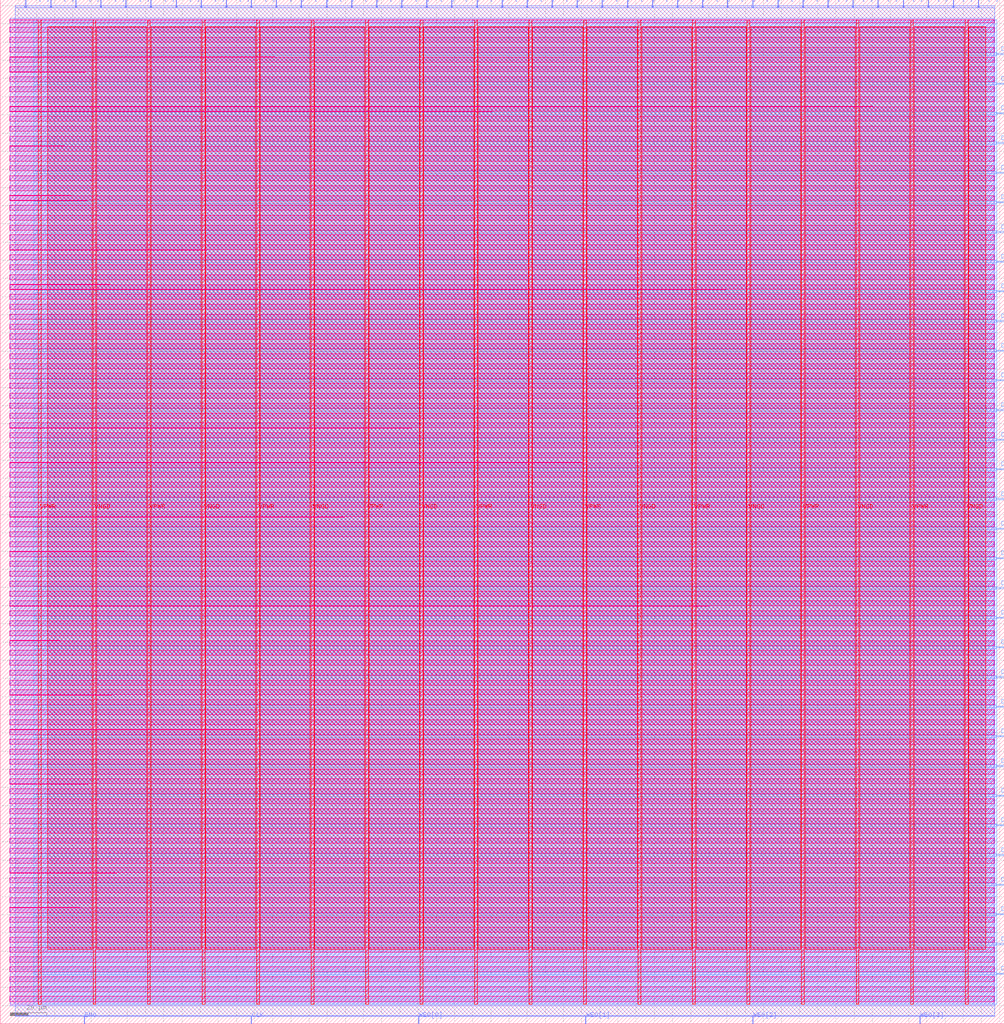
<source format=lef>
VERSION 5.7 ;
  NOWIREEXTENSIONATPIN ON ;
  DIVIDERCHAR "/" ;
  BUSBITCHARS "[]" ;
MACRO RAM128x32
  CLASS BLOCK ;
  FOREIGN RAM128x32 ;
  ORIGIN 0.000 0.000 ;
  SIZE 552.580 BY 563.300 ;
  PIN A0[0]
    DIRECTION INPUT ;
    USE SIGNAL ;
    ANTENNAGATEAREA 0.495000 ;
    PORT
      LAYER met2 ;
        RECT 455.490 559.300 455.770 563.300 ;
    END
  END A0[0]
  PIN A0[1]
    DIRECTION INPUT ;
    USE SIGNAL ;
    ANTENNAGATEAREA 0.495000 ;
    PORT
      LAYER met2 ;
        RECT 469.290 559.300 469.570 563.300 ;
    END
  END A0[1]
  PIN A0[2]
    DIRECTION INPUT ;
    USE SIGNAL ;
    ANTENNAGATEAREA 0.495000 ;
    PORT
      LAYER met2 ;
        RECT 483.090 559.300 483.370 563.300 ;
    END
  END A0[2]
  PIN A0[3]
    DIRECTION INPUT ;
    USE SIGNAL ;
    ANTENNAGATEAREA 0.495000 ;
    PORT
      LAYER met2 ;
        RECT 496.890 559.300 497.170 563.300 ;
    END
  END A0[3]
  PIN A0[4]
    DIRECTION INPUT ;
    USE SIGNAL ;
    ANTENNAGATEAREA 0.247500 ;
    PORT
      LAYER met2 ;
        RECT 510.690 559.300 510.970 563.300 ;
    END
  END A0[4]
  PIN A0[5]
    DIRECTION INPUT ;
    USE SIGNAL ;
    ANTENNAGATEAREA 0.247500 ;
    PORT
      LAYER met2 ;
        RECT 524.490 559.300 524.770 563.300 ;
    END
  END A0[5]
  PIN A0[6]
    DIRECTION INPUT ;
    USE SIGNAL ;
    ANTENNAGATEAREA 0.247500 ;
    PORT
      LAYER met2 ;
        RECT 538.290 559.300 538.570 563.300 ;
    END
  END A0[6]
  PIN CLK
    DIRECTION INPUT ;
    USE SIGNAL ;
    ANTENNAGATEAREA 2.976000 ;
    ANTENNADIFFAREA 1.738800 ;
    PORT
      LAYER met2 ;
        RECT 138.090 0.000 138.370 4.000 ;
    END
  END CLK
  PIN Di0[0]
    DIRECTION INPUT ;
    USE SIGNAL ;
    ANTENNAGATEAREA 0.126000 ;
    PORT
      LAYER met3 ;
        RECT 548.580 27.240 552.580 27.840 ;
    END
  END Di0[0]
  PIN Di0[10]
    DIRECTION INPUT ;
    USE SIGNAL ;
    ANTENNAGATEAREA 0.126000 ;
    PORT
      LAYER met3 ;
        RECT 548.580 190.440 552.580 191.040 ;
    END
  END Di0[10]
  PIN Di0[11]
    DIRECTION INPUT ;
    USE SIGNAL ;
    ANTENNAGATEAREA 0.126000 ;
    PORT
      LAYER met3 ;
        RECT 548.580 206.760 552.580 207.360 ;
    END
  END Di0[11]
  PIN Di0[12]
    DIRECTION INPUT ;
    USE SIGNAL ;
    ANTENNAGATEAREA 0.126000 ;
    PORT
      LAYER met3 ;
        RECT 548.580 223.080 552.580 223.680 ;
    END
  END Di0[12]
  PIN Di0[13]
    DIRECTION INPUT ;
    USE SIGNAL ;
    ANTENNAGATEAREA 0.126000 ;
    PORT
      LAYER met3 ;
        RECT 548.580 239.400 552.580 240.000 ;
    END
  END Di0[13]
  PIN Di0[14]
    DIRECTION INPUT ;
    USE SIGNAL ;
    ANTENNAGATEAREA 0.126000 ;
    PORT
      LAYER met3 ;
        RECT 548.580 255.720 552.580 256.320 ;
    END
  END Di0[14]
  PIN Di0[15]
    DIRECTION INPUT ;
    USE SIGNAL ;
    ANTENNAGATEAREA 0.126000 ;
    PORT
      LAYER met3 ;
        RECT 548.580 272.040 552.580 272.640 ;
    END
  END Di0[15]
  PIN Di0[16]
    DIRECTION INPUT ;
    USE SIGNAL ;
    ANTENNAGATEAREA 0.126000 ;
    PORT
      LAYER met3 ;
        RECT 548.580 288.360 552.580 288.960 ;
    END
  END Di0[16]
  PIN Di0[17]
    DIRECTION INPUT ;
    USE SIGNAL ;
    ANTENNAGATEAREA 0.126000 ;
    PORT
      LAYER met3 ;
        RECT 548.580 304.680 552.580 305.280 ;
    END
  END Di0[17]
  PIN Di0[18]
    DIRECTION INPUT ;
    USE SIGNAL ;
    ANTENNAGATEAREA 0.126000 ;
    PORT
      LAYER met3 ;
        RECT 548.580 321.000 552.580 321.600 ;
    END
  END Di0[18]
  PIN Di0[19]
    DIRECTION INPUT ;
    USE SIGNAL ;
    ANTENNAGATEAREA 0.126000 ;
    PORT
      LAYER met3 ;
        RECT 548.580 337.320 552.580 337.920 ;
    END
  END Di0[19]
  PIN Di0[1]
    DIRECTION INPUT ;
    USE SIGNAL ;
    ANTENNAGATEAREA 0.126000 ;
    PORT
      LAYER met3 ;
        RECT 548.580 43.560 552.580 44.160 ;
    END
  END Di0[1]
  PIN Di0[20]
    DIRECTION INPUT ;
    USE SIGNAL ;
    ANTENNAGATEAREA 0.126000 ;
    PORT
      LAYER met3 ;
        RECT 548.580 353.640 552.580 354.240 ;
    END
  END Di0[20]
  PIN Di0[21]
    DIRECTION INPUT ;
    USE SIGNAL ;
    ANTENNAGATEAREA 0.126000 ;
    PORT
      LAYER met3 ;
        RECT 548.580 369.960 552.580 370.560 ;
    END
  END Di0[21]
  PIN Di0[22]
    DIRECTION INPUT ;
    USE SIGNAL ;
    ANTENNAGATEAREA 0.126000 ;
    PORT
      LAYER met3 ;
        RECT 548.580 386.280 552.580 386.880 ;
    END
  END Di0[22]
  PIN Di0[23]
    DIRECTION INPUT ;
    USE SIGNAL ;
    ANTENNAGATEAREA 0.126000 ;
    PORT
      LAYER met3 ;
        RECT 548.580 402.600 552.580 403.200 ;
    END
  END Di0[23]
  PIN Di0[24]
    DIRECTION INPUT ;
    USE SIGNAL ;
    ANTENNAGATEAREA 0.126000 ;
    PORT
      LAYER met3 ;
        RECT 548.580 418.920 552.580 419.520 ;
    END
  END Di0[24]
  PIN Di0[25]
    DIRECTION INPUT ;
    USE SIGNAL ;
    ANTENNAGATEAREA 0.126000 ;
    PORT
      LAYER met3 ;
        RECT 548.580 435.240 552.580 435.840 ;
    END
  END Di0[25]
  PIN Di0[26]
    DIRECTION INPUT ;
    USE SIGNAL ;
    ANTENNAGATEAREA 0.126000 ;
    PORT
      LAYER met3 ;
        RECT 548.580 451.560 552.580 452.160 ;
    END
  END Di0[26]
  PIN Di0[27]
    DIRECTION INPUT ;
    USE SIGNAL ;
    ANTENNAGATEAREA 0.126000 ;
    PORT
      LAYER met3 ;
        RECT 548.580 467.880 552.580 468.480 ;
    END
  END Di0[27]
  PIN Di0[28]
    DIRECTION INPUT ;
    USE SIGNAL ;
    ANTENNAGATEAREA 0.126000 ;
    PORT
      LAYER met3 ;
        RECT 548.580 484.200 552.580 484.800 ;
    END
  END Di0[28]
  PIN Di0[29]
    DIRECTION INPUT ;
    USE SIGNAL ;
    ANTENNAGATEAREA 0.126000 ;
    PORT
      LAYER met3 ;
        RECT 548.580 500.520 552.580 501.120 ;
    END
  END Di0[29]
  PIN Di0[2]
    DIRECTION INPUT ;
    USE SIGNAL ;
    ANTENNAGATEAREA 0.126000 ;
    PORT
      LAYER met3 ;
        RECT 548.580 59.880 552.580 60.480 ;
    END
  END Di0[2]
  PIN Di0[30]
    DIRECTION INPUT ;
    USE SIGNAL ;
    ANTENNAGATEAREA 0.126000 ;
    PORT
      LAYER met3 ;
        RECT 548.580 516.840 552.580 517.440 ;
    END
  END Di0[30]
  PIN Di0[31]
    DIRECTION INPUT ;
    USE SIGNAL ;
    ANTENNAGATEAREA 0.126000 ;
    PORT
      LAYER met3 ;
        RECT 548.580 533.160 552.580 533.760 ;
    END
  END Di0[31]
  PIN Di0[3]
    DIRECTION INPUT ;
    USE SIGNAL ;
    ANTENNAGATEAREA 0.126000 ;
    PORT
      LAYER met3 ;
        RECT 548.580 76.200 552.580 76.800 ;
    END
  END Di0[3]
  PIN Di0[4]
    DIRECTION INPUT ;
    USE SIGNAL ;
    ANTENNAGATEAREA 0.126000 ;
    PORT
      LAYER met3 ;
        RECT 548.580 92.520 552.580 93.120 ;
    END
  END Di0[4]
  PIN Di0[5]
    DIRECTION INPUT ;
    USE SIGNAL ;
    ANTENNAGATEAREA 0.126000 ;
    PORT
      LAYER met3 ;
        RECT 548.580 108.840 552.580 109.440 ;
    END
  END Di0[5]
  PIN Di0[6]
    DIRECTION INPUT ;
    USE SIGNAL ;
    ANTENNAGATEAREA 0.126000 ;
    PORT
      LAYER met3 ;
        RECT 548.580 125.160 552.580 125.760 ;
    END
  END Di0[6]
  PIN Di0[7]
    DIRECTION INPUT ;
    USE SIGNAL ;
    ANTENNAGATEAREA 0.126000 ;
    PORT
      LAYER met3 ;
        RECT 548.580 141.480 552.580 142.080 ;
    END
  END Di0[7]
  PIN Di0[8]
    DIRECTION INPUT ;
    USE SIGNAL ;
    ANTENNAGATEAREA 0.126000 ;
    PORT
      LAYER met3 ;
        RECT 548.580 157.800 552.580 158.400 ;
    END
  END Di0[8]
  PIN Di0[9]
    DIRECTION INPUT ;
    USE SIGNAL ;
    ANTENNAGATEAREA 0.126000 ;
    PORT
      LAYER met3 ;
        RECT 548.580 174.120 552.580 174.720 ;
    END
  END Di0[9]
  PIN Do0[0]
    DIRECTION OUTPUT TRISTATE ;
    USE SIGNAL ;
    ANTENNADIFFAREA 1.590400 ;
    PORT
      LAYER met2 ;
        RECT 13.890 559.300 14.170 563.300 ;
    END
  END Do0[0]
  PIN Do0[10]
    DIRECTION OUTPUT TRISTATE ;
    USE SIGNAL ;
    ANTENNADIFFAREA 1.336500 ;
    PORT
      LAYER met2 ;
        RECT 151.890 559.300 152.170 563.300 ;
    END
  END Do0[10]
  PIN Do0[11]
    DIRECTION OUTPUT TRISTATE ;
    USE SIGNAL ;
    ANTENNADIFFAREA 1.336500 ;
    PORT
      LAYER met2 ;
        RECT 165.690 559.300 165.970 563.300 ;
    END
  END Do0[11]
  PIN Do0[12]
    DIRECTION OUTPUT TRISTATE ;
    USE SIGNAL ;
    ANTENNADIFFAREA 1.336500 ;
    PORT
      LAYER met2 ;
        RECT 179.490 559.300 179.770 563.300 ;
    END
  END Do0[12]
  PIN Do0[13]
    DIRECTION OUTPUT TRISTATE ;
    USE SIGNAL ;
    ANTENNADIFFAREA 1.336500 ;
    PORT
      LAYER met2 ;
        RECT 193.290 559.300 193.570 563.300 ;
    END
  END Do0[13]
  PIN Do0[14]
    DIRECTION OUTPUT TRISTATE ;
    USE SIGNAL ;
    ANTENNADIFFAREA 1.590400 ;
    PORT
      LAYER met2 ;
        RECT 207.090 559.300 207.370 563.300 ;
    END
  END Do0[14]
  PIN Do0[15]
    DIRECTION OUTPUT TRISTATE ;
    USE SIGNAL ;
    ANTENNADIFFAREA 1.336500 ;
    PORT
      LAYER met2 ;
        RECT 220.890 559.300 221.170 563.300 ;
    END
  END Do0[15]
  PIN Do0[16]
    DIRECTION OUTPUT TRISTATE ;
    USE SIGNAL ;
    ANTENNADIFFAREA 1.590400 ;
    PORT
      LAYER met2 ;
        RECT 234.690 559.300 234.970 563.300 ;
    END
  END Do0[16]
  PIN Do0[17]
    DIRECTION OUTPUT TRISTATE ;
    USE SIGNAL ;
    ANTENNADIFFAREA 1.336500 ;
    PORT
      LAYER met2 ;
        RECT 248.490 559.300 248.770 563.300 ;
    END
  END Do0[17]
  PIN Do0[18]
    DIRECTION OUTPUT TRISTATE ;
    USE SIGNAL ;
    ANTENNADIFFAREA 1.590400 ;
    PORT
      LAYER met2 ;
        RECT 262.290 559.300 262.570 563.300 ;
    END
  END Do0[18]
  PIN Do0[19]
    DIRECTION OUTPUT TRISTATE ;
    USE SIGNAL ;
    ANTENNADIFFAREA 1.336500 ;
    PORT
      LAYER met2 ;
        RECT 276.090 559.300 276.370 563.300 ;
    END
  END Do0[19]
  PIN Do0[1]
    DIRECTION OUTPUT TRISTATE ;
    USE SIGNAL ;
    ANTENNADIFFAREA 1.590400 ;
    PORT
      LAYER met2 ;
        RECT 27.690 559.300 27.970 563.300 ;
    END
  END Do0[1]
  PIN Do0[20]
    DIRECTION OUTPUT TRISTATE ;
    USE SIGNAL ;
    ANTENNADIFFAREA 1.590400 ;
    PORT
      LAYER met2 ;
        RECT 289.890 559.300 290.170 563.300 ;
    END
  END Do0[20]
  PIN Do0[21]
    DIRECTION OUTPUT TRISTATE ;
    USE SIGNAL ;
    ANTENNADIFFAREA 1.336500 ;
    PORT
      LAYER met2 ;
        RECT 303.690 559.300 303.970 563.300 ;
    END
  END Do0[21]
  PIN Do0[22]
    DIRECTION OUTPUT TRISTATE ;
    USE SIGNAL ;
    ANTENNADIFFAREA 1.590400 ;
    PORT
      LAYER met2 ;
        RECT 317.490 559.300 317.770 563.300 ;
    END
  END Do0[22]
  PIN Do0[23]
    DIRECTION OUTPUT TRISTATE ;
    USE SIGNAL ;
    ANTENNADIFFAREA 1.590400 ;
    PORT
      LAYER met2 ;
        RECT 331.290 559.300 331.570 563.300 ;
    END
  END Do0[23]
  PIN Do0[24]
    DIRECTION OUTPUT TRISTATE ;
    USE SIGNAL ;
    ANTENNADIFFAREA 1.336500 ;
    PORT
      LAYER met2 ;
        RECT 345.090 559.300 345.370 563.300 ;
    END
  END Do0[24]
  PIN Do0[25]
    DIRECTION OUTPUT TRISTATE ;
    USE SIGNAL ;
    ANTENNADIFFAREA 1.336500 ;
    PORT
      LAYER met2 ;
        RECT 358.890 559.300 359.170 563.300 ;
    END
  END Do0[25]
  PIN Do0[26]
    DIRECTION OUTPUT TRISTATE ;
    USE SIGNAL ;
    ANTENNADIFFAREA 1.336500 ;
    PORT
      LAYER met2 ;
        RECT 372.690 559.300 372.970 563.300 ;
    END
  END Do0[26]
  PIN Do0[27]
    DIRECTION OUTPUT TRISTATE ;
    USE SIGNAL ;
    ANTENNADIFFAREA 1.336500 ;
    PORT
      LAYER met2 ;
        RECT 386.490 559.300 386.770 563.300 ;
    END
  END Do0[27]
  PIN Do0[28]
    DIRECTION OUTPUT TRISTATE ;
    USE SIGNAL ;
    ANTENNADIFFAREA 1.336500 ;
    PORT
      LAYER met2 ;
        RECT 400.290 559.300 400.570 563.300 ;
    END
  END Do0[28]
  PIN Do0[29]
    DIRECTION OUTPUT TRISTATE ;
    USE SIGNAL ;
    ANTENNADIFFAREA 1.336500 ;
    PORT
      LAYER met2 ;
        RECT 414.090 559.300 414.370 563.300 ;
    END
  END Do0[29]
  PIN Do0[2]
    DIRECTION OUTPUT TRISTATE ;
    USE SIGNAL ;
    ANTENNADIFFAREA 1.590400 ;
    PORT
      LAYER met2 ;
        RECT 41.490 559.300 41.770 563.300 ;
    END
  END Do0[2]
  PIN Do0[30]
    DIRECTION OUTPUT TRISTATE ;
    USE SIGNAL ;
    ANTENNADIFFAREA 1.336500 ;
    PORT
      LAYER met2 ;
        RECT 427.890 559.300 428.170 563.300 ;
    END
  END Do0[30]
  PIN Do0[31]
    DIRECTION OUTPUT TRISTATE ;
    USE SIGNAL ;
    ANTENNADIFFAREA 1.336500 ;
    PORT
      LAYER met2 ;
        RECT 441.690 559.300 441.970 563.300 ;
    END
  END Do0[31]
  PIN Do0[3]
    DIRECTION OUTPUT TRISTATE ;
    USE SIGNAL ;
    ANTENNADIFFAREA 1.590400 ;
    PORT
      LAYER met2 ;
        RECT 55.290 559.300 55.570 563.300 ;
    END
  END Do0[3]
  PIN Do0[4]
    DIRECTION OUTPUT TRISTATE ;
    USE SIGNAL ;
    ANTENNADIFFAREA 1.590400 ;
    PORT
      LAYER met2 ;
        RECT 69.090 559.300 69.370 563.300 ;
    END
  END Do0[4]
  PIN Do0[5]
    DIRECTION OUTPUT TRISTATE ;
    USE SIGNAL ;
    ANTENNADIFFAREA 1.590400 ;
    PORT
      LAYER met2 ;
        RECT 82.890 559.300 83.170 563.300 ;
    END
  END Do0[5]
  PIN Do0[6]
    DIRECTION OUTPUT TRISTATE ;
    USE SIGNAL ;
    ANTENNADIFFAREA 1.336500 ;
    PORT
      LAYER met2 ;
        RECT 96.690 559.300 96.970 563.300 ;
    END
  END Do0[6]
  PIN Do0[7]
    DIRECTION OUTPUT TRISTATE ;
    USE SIGNAL ;
    ANTENNADIFFAREA 1.590400 ;
    PORT
      LAYER met2 ;
        RECT 110.490 559.300 110.770 563.300 ;
    END
  END Do0[7]
  PIN Do0[8]
    DIRECTION OUTPUT TRISTATE ;
    USE SIGNAL ;
    ANTENNADIFFAREA 1.590400 ;
    PORT
      LAYER met2 ;
        RECT 124.290 559.300 124.570 563.300 ;
    END
  END Do0[8]
  PIN Do0[9]
    DIRECTION OUTPUT TRISTATE ;
    USE SIGNAL ;
    ANTENNADIFFAREA 1.336500 ;
    PORT
      LAYER met2 ;
        RECT 138.090 559.300 138.370 563.300 ;
    END
  END Do0[9]
  PIN EN0
    DIRECTION INPUT ;
    USE SIGNAL ;
    PORT
      LAYER met2 ;
        RECT 46.090 0.000 46.370 4.000 ;
    END
  END EN0
  PIN VNGD
    DIRECTION INOUT ;
    USE GROUND ;
    PORT
      LAYER met4 ;
        RECT 51.040 10.640 52.640 552.400 ;
    END
    PORT
      LAYER met4 ;
        RECT 111.040 10.640 112.640 552.400 ;
    END
    PORT
      LAYER met4 ;
        RECT 171.040 10.640 172.640 552.400 ;
    END
    PORT
      LAYER met4 ;
        RECT 231.040 10.640 232.640 552.400 ;
    END
    PORT
      LAYER met4 ;
        RECT 291.040 10.640 292.640 552.400 ;
    END
    PORT
      LAYER met4 ;
        RECT 351.040 10.640 352.640 552.400 ;
    END
    PORT
      LAYER met4 ;
        RECT 411.040 10.640 412.640 552.400 ;
    END
    PORT
      LAYER met4 ;
        RECT 471.040 10.640 472.640 552.400 ;
    END
    PORT
      LAYER met4 ;
        RECT 531.040 10.640 532.640 552.400 ;
    END
  END VNGD
  PIN VPWR
    DIRECTION INOUT ;
    USE POWER ;
    PORT
      LAYER met4 ;
        RECT 21.040 10.640 22.640 552.400 ;
    END
    PORT
      LAYER met4 ;
        RECT 81.040 10.640 82.640 552.400 ;
    END
    PORT
      LAYER met4 ;
        RECT 141.040 10.640 142.640 552.400 ;
    END
    PORT
      LAYER met4 ;
        RECT 201.040 10.640 202.640 552.400 ;
    END
    PORT
      LAYER met4 ;
        RECT 261.040 10.640 262.640 552.400 ;
    END
    PORT
      LAYER met4 ;
        RECT 321.040 10.640 322.640 552.400 ;
    END
    PORT
      LAYER met4 ;
        RECT 381.040 10.640 382.640 552.400 ;
    END
    PORT
      LAYER met4 ;
        RECT 441.040 10.640 442.640 552.400 ;
    END
    PORT
      LAYER met4 ;
        RECT 501.040 10.640 502.640 552.400 ;
    END
  END VPWR
  PIN WE0[0]
    DIRECTION INPUT ;
    USE SIGNAL ;
    ANTENNAGATEAREA 0.247500 ;
    PORT
      LAYER met2 ;
        RECT 230.090 0.000 230.370 4.000 ;
    END
  END WE0[0]
  PIN WE0[1]
    DIRECTION INPUT ;
    USE SIGNAL ;
    ANTENNAGATEAREA 0.213000 ;
    PORT
      LAYER met2 ;
        RECT 322.090 0.000 322.370 4.000 ;
    END
  END WE0[1]
  PIN WE0[2]
    DIRECTION INPUT ;
    USE SIGNAL ;
    ANTENNAGATEAREA 0.196500 ;
    PORT
      LAYER met2 ;
        RECT 414.090 0.000 414.370 4.000 ;
    END
  END WE0[2]
  PIN WE0[3]
    DIRECTION INPUT ;
    USE SIGNAL ;
    ANTENNAGATEAREA 0.247500 ;
    PORT
      LAYER met2 ;
        RECT 506.090 0.000 506.370 4.000 ;
    END
  END WE0[3]
  OBS
      LAYER nwell ;
        RECT 5.330 550.745 547.130 552.350 ;
        RECT 5.330 545.305 547.130 548.135 ;
        RECT 5.330 539.865 547.130 542.695 ;
        RECT 5.330 534.425 547.130 537.255 ;
        RECT 5.330 531.765 151.415 531.815 ;
        RECT 5.330 529.035 547.130 531.765 ;
        RECT 5.330 528.985 106.795 529.035 ;
        RECT 5.330 526.325 36.415 526.375 ;
        RECT 5.330 523.595 547.130 526.325 ;
        RECT 5.330 523.545 46.995 523.595 ;
        RECT 5.330 520.885 514.355 520.935 ;
        RECT 5.330 518.155 547.130 520.885 ;
        RECT 5.330 518.105 256.755 518.155 ;
        RECT 5.330 512.715 547.130 515.495 ;
        RECT 5.330 512.665 107.715 512.715 ;
        RECT 5.330 510.005 110.935 510.055 ;
        RECT 5.330 507.275 547.130 510.005 ;
        RECT 5.330 507.225 48.835 507.275 ;
        RECT 5.330 504.565 480.315 504.615 ;
        RECT 5.330 501.835 547.130 504.565 ;
        RECT 5.330 501.785 270.555 501.835 ;
        RECT 5.330 499.125 400.735 499.175 ;
        RECT 5.330 496.395 547.130 499.125 ;
        RECT 5.330 496.345 36.875 496.395 ;
        RECT 5.330 493.685 279.755 493.735 ;
        RECT 5.330 490.955 547.130 493.685 ;
        RECT 5.330 490.905 62.635 490.955 ;
        RECT 5.330 488.245 248.475 488.295 ;
        RECT 5.330 485.515 547.130 488.245 ;
        RECT 5.330 485.465 288.955 485.515 ;
        RECT 5.330 482.805 35.495 482.855 ;
        RECT 5.330 480.075 547.130 482.805 ;
        RECT 5.330 480.025 49.295 480.075 ;
        RECT 5.330 477.365 103.115 477.415 ;
        RECT 5.330 474.585 547.130 477.365 ;
        RECT 5.330 471.925 420.515 471.975 ;
        RECT 5.330 469.195 547.130 471.925 ;
        RECT 5.330 469.145 106.335 469.195 ;
        RECT 5.330 466.485 222.715 466.535 ;
        RECT 5.330 463.755 547.130 466.485 ;
        RECT 5.330 463.705 24.915 463.755 ;
        RECT 5.330 461.045 138.995 461.095 ;
        RECT 5.330 458.315 547.130 461.045 ;
        RECT 5.330 458.265 80.115 458.315 ;
        RECT 5.330 455.605 39.175 455.655 ;
        RECT 5.330 452.875 547.130 455.605 ;
        RECT 5.330 452.825 47.455 452.875 ;
        RECT 5.330 450.165 34.575 450.215 ;
        RECT 5.330 447.435 547.130 450.165 ;
        RECT 5.330 447.385 38.255 447.435 ;
        RECT 5.330 444.725 139.455 444.775 ;
        RECT 5.330 441.995 547.130 444.725 ;
        RECT 5.330 441.945 436.155 441.995 ;
        RECT 5.330 439.285 264.575 439.335 ;
        RECT 5.330 436.505 547.130 439.285 ;
        RECT 5.330 431.115 547.130 433.895 ;
        RECT 5.330 431.065 37.795 431.115 ;
        RECT 5.330 428.405 25.835 428.455 ;
        RECT 5.330 425.675 547.130 428.405 ;
        RECT 5.330 425.625 113.695 425.675 ;
        RECT 5.330 422.965 62.635 423.015 ;
        RECT 5.330 420.235 547.130 422.965 ;
        RECT 5.330 420.185 200.635 420.235 ;
        RECT 5.330 417.525 49.755 417.575 ;
        RECT 5.330 414.795 547.130 417.525 ;
        RECT 5.330 414.745 244.795 414.795 ;
        RECT 5.330 412.085 34.115 412.135 ;
        RECT 5.330 409.355 547.130 412.085 ;
        RECT 5.330 409.305 106.795 409.355 ;
        RECT 5.330 406.645 60.335 406.695 ;
        RECT 5.330 403.915 547.130 406.645 ;
        RECT 5.330 403.865 399.355 403.915 ;
        RECT 5.330 401.205 139.455 401.255 ;
        RECT 5.330 398.425 547.130 401.205 ;
        RECT 5.330 395.765 23.535 395.815 ;
        RECT 5.330 393.035 547.130 395.765 ;
        RECT 5.330 392.985 406.255 393.035 ;
        RECT 5.330 387.595 547.130 390.375 ;
        RECT 5.330 387.545 153.255 387.595 ;
        RECT 5.330 384.885 46.995 384.935 ;
        RECT 5.330 382.155 547.130 384.885 ;
        RECT 5.330 382.105 35.035 382.155 ;
        RECT 5.330 379.445 25.375 379.495 ;
        RECT 5.330 376.665 547.130 379.445 ;
        RECT 5.330 374.005 489.515 374.055 ;
        RECT 5.330 371.225 547.130 374.005 ;
        RECT 5.330 368.565 432.015 368.615 ;
        RECT 5.330 365.835 547.130 368.565 ;
        RECT 5.330 365.785 406.255 365.835 ;
        RECT 5.330 363.125 472.035 363.175 ;
        RECT 5.330 360.345 547.130 363.125 ;
        RECT 5.330 354.905 547.130 357.735 ;
        RECT 5.330 349.515 547.130 352.295 ;
        RECT 5.330 349.465 36.875 349.515 ;
        RECT 5.330 344.025 547.130 346.855 ;
        RECT 5.330 341.365 73.675 341.415 ;
        RECT 5.330 338.635 547.130 341.365 ;
        RECT 5.330 338.585 79.195 338.635 ;
        RECT 5.330 335.925 41.015 335.975 ;
        RECT 5.330 333.195 547.130 335.925 ;
        RECT 5.330 333.145 156.015 333.195 ;
        RECT 5.330 330.485 154.635 330.535 ;
        RECT 5.330 327.755 547.130 330.485 ;
        RECT 5.330 327.705 226.395 327.755 ;
        RECT 5.330 325.045 41.475 325.095 ;
        RECT 5.330 322.315 547.130 325.045 ;
        RECT 5.330 322.265 47.455 322.315 ;
        RECT 5.330 319.605 42.395 319.655 ;
        RECT 5.330 316.875 547.130 319.605 ;
        RECT 5.330 316.825 236.055 316.875 ;
        RECT 5.330 314.165 380.955 314.215 ;
        RECT 5.330 311.435 547.130 314.165 ;
        RECT 5.330 311.385 328.975 311.435 ;
        RECT 5.330 308.725 320.695 308.775 ;
        RECT 5.330 305.995 547.130 308.725 ;
        RECT 5.330 305.945 422.815 305.995 ;
        RECT 5.330 303.285 128.875 303.335 ;
        RECT 5.330 300.555 547.130 303.285 ;
        RECT 5.330 300.505 37.335 300.555 ;
        RECT 5.330 297.845 68.155 297.895 ;
        RECT 5.330 295.115 547.130 297.845 ;
        RECT 5.330 295.065 45.615 295.115 ;
        RECT 5.330 292.405 42.395 292.455 ;
        RECT 5.330 289.675 547.130 292.405 ;
        RECT 5.330 289.625 388.775 289.675 ;
        RECT 5.330 286.965 316.095 287.015 ;
        RECT 5.330 284.235 547.130 286.965 ;
        RECT 5.330 284.185 36.415 284.235 ;
        RECT 5.330 281.525 191.435 281.575 ;
        RECT 5.330 278.795 547.130 281.525 ;
        RECT 5.330 278.745 189.595 278.795 ;
        RECT 5.330 276.085 70.915 276.135 ;
        RECT 5.330 273.355 547.130 276.085 ;
        RECT 5.330 273.305 97.135 273.355 ;
        RECT 5.330 270.645 470.655 270.695 ;
        RECT 5.330 267.915 547.130 270.645 ;
        RECT 5.330 267.865 37.795 267.915 ;
        RECT 5.330 265.205 190.515 265.255 ;
        RECT 5.330 262.475 547.130 265.205 ;
        RECT 5.330 262.425 190.055 262.475 ;
        RECT 5.330 259.765 68.155 259.815 ;
        RECT 5.330 257.035 547.130 259.765 ;
        RECT 5.330 256.985 103.115 257.035 ;
        RECT 5.330 254.325 35.035 254.375 ;
        RECT 5.330 251.545 547.130 254.325 ;
        RECT 5.330 248.885 120.595 248.935 ;
        RECT 5.330 246.105 547.130 248.885 ;
        RECT 5.330 240.715 547.130 243.495 ;
        RECT 5.330 240.665 373.595 240.715 ;
        RECT 5.330 238.005 393.835 238.055 ;
        RECT 5.330 235.225 547.130 238.005 ;
        RECT 5.330 232.565 309.195 232.615 ;
        RECT 5.330 229.835 547.130 232.565 ;
        RECT 5.330 229.785 390.155 229.835 ;
        RECT 5.330 227.125 334.035 227.175 ;
        RECT 5.330 224.395 547.130 227.125 ;
        RECT 5.330 224.345 356.115 224.395 ;
        RECT 5.330 218.905 547.130 221.735 ;
        RECT 5.330 213.515 547.130 216.295 ;
        RECT 5.330 213.465 219.035 213.515 ;
        RECT 5.330 210.805 32.735 210.855 ;
        RECT 5.330 208.075 547.130 210.805 ;
        RECT 5.330 208.025 38.715 208.075 ;
        RECT 5.330 205.365 32.735 205.415 ;
        RECT 5.330 202.635 547.130 205.365 ;
        RECT 5.330 202.585 81.035 202.635 ;
        RECT 5.330 197.195 547.130 199.975 ;
        RECT 5.330 197.145 165.675 197.195 ;
        RECT 5.330 194.485 110.015 194.535 ;
        RECT 5.330 191.755 547.130 194.485 ;
        RECT 5.330 191.705 139.455 191.755 ;
        RECT 5.330 189.045 50.675 189.095 ;
        RECT 5.330 186.315 547.130 189.045 ;
        RECT 5.330 186.265 513.435 186.315 ;
        RECT 5.330 183.605 37.335 183.655 ;
        RECT 5.330 180.875 547.130 183.605 ;
        RECT 5.330 180.825 61.255 180.875 ;
        RECT 5.330 178.165 23.075 178.215 ;
        RECT 5.330 175.435 547.130 178.165 ;
        RECT 5.330 175.385 282.055 175.435 ;
        RECT 5.330 172.725 325.755 172.775 ;
        RECT 5.330 169.995 547.130 172.725 ;
        RECT 5.330 169.945 167.515 169.995 ;
        RECT 5.330 167.285 264.575 167.335 ;
        RECT 5.330 164.555 547.130 167.285 ;
        RECT 5.330 164.505 90.235 164.555 ;
        RECT 5.330 161.845 139.455 161.895 ;
        RECT 5.330 159.115 547.130 161.845 ;
        RECT 5.330 159.065 48.375 159.115 ;
        RECT 5.330 156.405 32.735 156.455 ;
        RECT 5.330 153.625 547.130 156.405 ;
        RECT 5.330 150.965 250.315 151.015 ;
        RECT 5.330 148.235 547.130 150.965 ;
        RECT 5.330 148.185 28.135 148.235 ;
        RECT 5.330 145.525 411.775 145.575 ;
        RECT 5.330 142.795 547.130 145.525 ;
        RECT 5.330 142.745 112.775 142.795 ;
        RECT 5.330 140.085 377.275 140.135 ;
        RECT 5.330 137.355 547.130 140.085 ;
        RECT 5.330 137.305 328.975 137.355 ;
        RECT 5.330 134.645 99.435 134.695 ;
        RECT 5.330 131.915 547.130 134.645 ;
        RECT 5.330 131.865 48.375 131.915 ;
        RECT 5.330 129.205 47.915 129.255 ;
        RECT 5.330 126.475 547.130 129.205 ;
        RECT 5.330 126.425 127.495 126.475 ;
        RECT 5.330 123.765 152.335 123.815 ;
        RECT 5.330 121.035 547.130 123.765 ;
        RECT 5.330 120.985 100.355 121.035 ;
        RECT 5.330 118.325 58.495 118.375 ;
        RECT 5.330 115.595 547.130 118.325 ;
        RECT 5.330 115.545 45.615 115.595 ;
        RECT 5.330 110.155 547.130 112.935 ;
        RECT 5.330 110.105 393.835 110.155 ;
        RECT 5.330 107.445 68.155 107.495 ;
        RECT 5.330 104.715 547.130 107.445 ;
        RECT 5.330 104.665 35.955 104.715 ;
        RECT 5.330 102.005 217.655 102.055 ;
        RECT 5.330 99.275 547.130 102.005 ;
        RECT 5.330 99.225 159.235 99.275 ;
        RECT 5.330 96.565 110.015 96.615 ;
        RECT 5.330 93.785 547.130 96.565 ;
        RECT 5.330 91.125 84.255 91.175 ;
        RECT 5.330 88.395 547.130 91.125 ;
        RECT 5.330 88.345 90.235 88.395 ;
        RECT 5.330 85.685 213.055 85.735 ;
        RECT 5.330 82.955 547.130 85.685 ;
        RECT 5.330 82.905 64.015 82.955 ;
        RECT 5.330 80.245 46.535 80.295 ;
        RECT 5.330 77.465 547.130 80.245 ;
        RECT 5.330 74.805 305.055 74.855 ;
        RECT 5.330 72.075 547.130 74.805 ;
        RECT 5.330 72.025 46.075 72.075 ;
        RECT 5.330 69.365 325.755 69.415 ;
        RECT 5.330 66.635 547.130 69.365 ;
        RECT 5.330 66.585 254.455 66.635 ;
        RECT 5.330 63.925 43.775 63.975 ;
        RECT 5.330 61.195 547.130 63.925 ;
        RECT 5.330 61.145 304.135 61.195 ;
        RECT 5.330 58.485 198.795 58.535 ;
        RECT 5.330 55.755 547.130 58.485 ;
        RECT 5.330 55.705 109.555 55.755 ;
        RECT 5.330 53.045 499.175 53.095 ;
        RECT 5.330 50.315 547.130 53.045 ;
        RECT 5.330 50.265 165.215 50.315 ;
        RECT 5.330 47.605 142.675 47.655 ;
        RECT 5.330 44.875 547.130 47.605 ;
        RECT 5.330 44.825 308.275 44.875 ;
        RECT 5.330 42.165 248.475 42.215 ;
        RECT 5.330 39.435 547.130 42.165 ;
        RECT 5.330 39.385 212.135 39.435 ;
        RECT 5.330 36.725 203.855 36.775 ;
        RECT 5.330 33.945 547.130 36.725 ;
        RECT 5.330 28.505 547.130 31.335 ;
        RECT 5.330 23.065 547.130 25.895 ;
        RECT 5.330 17.625 547.130 20.455 ;
        RECT 5.330 12.185 547.130 15.015 ;
      LAYER li1 ;
        RECT 5.520 10.795 546.940 552.245 ;
      LAYER met1 ;
        RECT 5.520 9.900 547.330 553.140 ;
      LAYER met2 ;
        RECT 8.380 559.020 13.610 560.050 ;
        RECT 14.450 559.020 27.410 560.050 ;
        RECT 28.250 559.020 41.210 560.050 ;
        RECT 42.050 559.020 55.010 560.050 ;
        RECT 55.850 559.020 68.810 560.050 ;
        RECT 69.650 559.020 82.610 560.050 ;
        RECT 83.450 559.020 96.410 560.050 ;
        RECT 97.250 559.020 110.210 560.050 ;
        RECT 111.050 559.020 124.010 560.050 ;
        RECT 124.850 559.020 137.810 560.050 ;
        RECT 138.650 559.020 151.610 560.050 ;
        RECT 152.450 559.020 165.410 560.050 ;
        RECT 166.250 559.020 179.210 560.050 ;
        RECT 180.050 559.020 193.010 560.050 ;
        RECT 193.850 559.020 206.810 560.050 ;
        RECT 207.650 559.020 220.610 560.050 ;
        RECT 221.450 559.020 234.410 560.050 ;
        RECT 235.250 559.020 248.210 560.050 ;
        RECT 249.050 559.020 262.010 560.050 ;
        RECT 262.850 559.020 275.810 560.050 ;
        RECT 276.650 559.020 289.610 560.050 ;
        RECT 290.450 559.020 303.410 560.050 ;
        RECT 304.250 559.020 317.210 560.050 ;
        RECT 318.050 559.020 331.010 560.050 ;
        RECT 331.850 559.020 344.810 560.050 ;
        RECT 345.650 559.020 358.610 560.050 ;
        RECT 359.450 559.020 372.410 560.050 ;
        RECT 373.250 559.020 386.210 560.050 ;
        RECT 387.050 559.020 400.010 560.050 ;
        RECT 400.850 559.020 413.810 560.050 ;
        RECT 414.650 559.020 427.610 560.050 ;
        RECT 428.450 559.020 441.410 560.050 ;
        RECT 442.250 559.020 455.210 560.050 ;
        RECT 456.050 559.020 469.010 560.050 ;
        RECT 469.850 559.020 482.810 560.050 ;
        RECT 483.650 559.020 496.610 560.050 ;
        RECT 497.450 559.020 510.410 560.050 ;
        RECT 511.250 559.020 524.210 560.050 ;
        RECT 525.050 559.020 538.010 560.050 ;
        RECT 538.850 559.020 547.300 560.050 ;
        RECT 8.380 4.280 547.300 559.020 ;
        RECT 8.380 4.000 45.810 4.280 ;
        RECT 46.650 4.000 137.810 4.280 ;
        RECT 138.650 4.000 229.810 4.280 ;
        RECT 230.650 4.000 321.810 4.280 ;
        RECT 322.650 4.000 413.810 4.280 ;
        RECT 414.650 4.000 505.810 4.280 ;
        RECT 506.650 4.000 547.300 4.280 ;
      LAYER met3 ;
        RECT 18.465 534.160 548.580 552.325 ;
        RECT 18.465 532.760 548.180 534.160 ;
        RECT 18.465 517.840 548.580 532.760 ;
        RECT 18.465 516.440 548.180 517.840 ;
        RECT 18.465 501.520 548.580 516.440 ;
        RECT 18.465 500.120 548.180 501.520 ;
        RECT 18.465 485.200 548.580 500.120 ;
        RECT 18.465 483.800 548.180 485.200 ;
        RECT 18.465 468.880 548.580 483.800 ;
        RECT 18.465 467.480 548.180 468.880 ;
        RECT 18.465 452.560 548.580 467.480 ;
        RECT 18.465 451.160 548.180 452.560 ;
        RECT 18.465 436.240 548.580 451.160 ;
        RECT 18.465 434.840 548.180 436.240 ;
        RECT 18.465 419.920 548.580 434.840 ;
        RECT 18.465 418.520 548.180 419.920 ;
        RECT 18.465 403.600 548.580 418.520 ;
        RECT 18.465 402.200 548.180 403.600 ;
        RECT 18.465 387.280 548.580 402.200 ;
        RECT 18.465 385.880 548.180 387.280 ;
        RECT 18.465 370.960 548.580 385.880 ;
        RECT 18.465 369.560 548.180 370.960 ;
        RECT 18.465 354.640 548.580 369.560 ;
        RECT 18.465 353.240 548.180 354.640 ;
        RECT 18.465 338.320 548.580 353.240 ;
        RECT 18.465 336.920 548.180 338.320 ;
        RECT 18.465 322.000 548.580 336.920 ;
        RECT 18.465 320.600 548.180 322.000 ;
        RECT 18.465 305.680 548.580 320.600 ;
        RECT 18.465 304.280 548.180 305.680 ;
        RECT 18.465 289.360 548.580 304.280 ;
        RECT 18.465 287.960 548.180 289.360 ;
        RECT 18.465 273.040 548.580 287.960 ;
        RECT 18.465 271.640 548.180 273.040 ;
        RECT 18.465 256.720 548.580 271.640 ;
        RECT 18.465 255.320 548.180 256.720 ;
        RECT 18.465 240.400 548.580 255.320 ;
        RECT 18.465 239.000 548.180 240.400 ;
        RECT 18.465 224.080 548.580 239.000 ;
        RECT 18.465 222.680 548.180 224.080 ;
        RECT 18.465 207.760 548.580 222.680 ;
        RECT 18.465 206.360 548.180 207.760 ;
        RECT 18.465 191.440 548.580 206.360 ;
        RECT 18.465 190.040 548.180 191.440 ;
        RECT 18.465 175.120 548.580 190.040 ;
        RECT 18.465 173.720 548.180 175.120 ;
        RECT 18.465 158.800 548.580 173.720 ;
        RECT 18.465 157.400 548.180 158.800 ;
        RECT 18.465 142.480 548.580 157.400 ;
        RECT 18.465 141.080 548.180 142.480 ;
        RECT 18.465 126.160 548.580 141.080 ;
        RECT 18.465 124.760 548.180 126.160 ;
        RECT 18.465 109.840 548.580 124.760 ;
        RECT 18.465 108.440 548.180 109.840 ;
        RECT 18.465 93.520 548.580 108.440 ;
        RECT 18.465 92.120 548.180 93.520 ;
        RECT 18.465 77.200 548.580 92.120 ;
        RECT 18.465 75.800 548.180 77.200 ;
        RECT 18.465 60.880 548.580 75.800 ;
        RECT 18.465 59.480 548.180 60.880 ;
        RECT 18.465 44.560 548.580 59.480 ;
        RECT 18.465 43.160 548.180 44.560 ;
        RECT 18.465 28.240 548.580 43.160 ;
        RECT 18.465 26.840 548.180 28.240 ;
        RECT 18.465 10.715 548.580 26.840 ;
      LAYER met4 ;
        RECT 26.055 40.975 50.640 548.585 ;
        RECT 53.040 40.975 80.640 548.585 ;
        RECT 83.040 40.975 110.640 548.585 ;
        RECT 113.040 40.975 140.640 548.585 ;
        RECT 143.040 40.975 170.640 548.585 ;
        RECT 173.040 40.975 200.640 548.585 ;
        RECT 203.040 40.975 230.640 548.585 ;
        RECT 233.040 40.975 260.640 548.585 ;
        RECT 263.040 40.975 290.640 548.585 ;
        RECT 293.040 40.975 320.640 548.585 ;
        RECT 323.040 40.975 350.640 548.585 ;
        RECT 353.040 40.975 380.640 548.585 ;
        RECT 383.040 40.975 410.640 548.585 ;
        RECT 413.040 40.975 440.640 548.585 ;
        RECT 443.040 40.975 470.640 548.585 ;
        RECT 473.040 40.975 500.640 548.585 ;
        RECT 503.040 40.975 530.640 548.585 ;
        RECT 533.040 40.975 542.505 548.585 ;
  END
END RAM128x32
END LIBRARY


</source>
